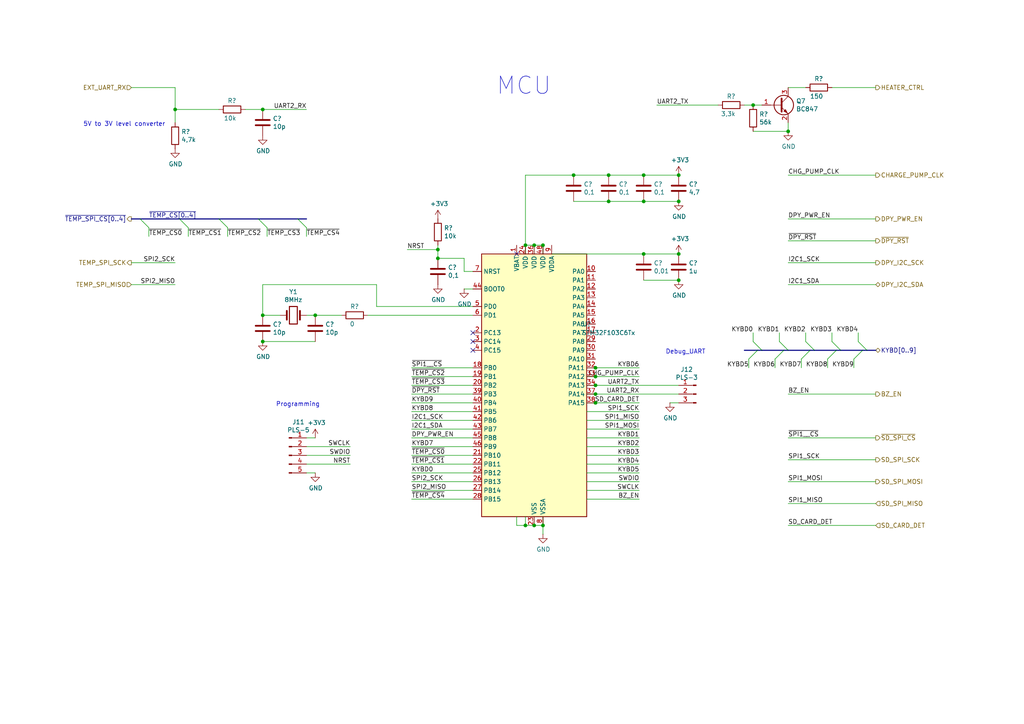
<source format=kicad_sch>
(kicad_sch (version 20250114) (generator "eeschema") (generator_version "9.0")
  (paper "A4")
  (title_block (title "Furnace controller") (date "2026-01-08") (rev "1.1") (company "Yuri Volkov"))
  (lib_symbols
    (symbol "Connector:Conn_01x03_Male" (pin_names (offset 1.016) (hide yes))
      (property "Reference" "J" (at 0 5.08 0))
      (property "Value" "Connector_Conn_01x03_Male" (at 0 -5.08 0))
      (symbol "Conn_01x03_Male_1_1"
        (rectangle (start 0.8636 2.667) (end 0 2.413) (stroke (width 0.1524)) (fill (type outline)))
        (rectangle (start 0.8636 0.127) (end 0 -0.127) (stroke (width 0.1524)) (fill (type outline)))
        (rectangle (start 0.8636 -2.413) (end 0 -2.667) (stroke (width 0.1524)) (fill (type outline)))
        (polyline (pts (xy 1.27 2.54) (xy 0.8636 2.54)) (stroke (width 0.1524)))
        (polyline (pts (xy 1.27 0) (xy 0.8636 0)) (stroke (width 0.1524)))
        (polyline (pts (xy 1.27 -2.54) (xy 0.8636 -2.54)) (stroke (width 0.1524)))
        (pin passive line (at 5.08 2.54 180) (length 3.81) (name "Pin_1") (number "1"))
        (pin passive line (at 5.08 0 180) (length 3.81) (name "Pin_2") (number "2"))
        (pin passive line (at 5.08 -2.54 180) (length 3.81) (name "Pin_3") (number "3"))
      )
    )
    (symbol "Connector:Conn_01x05_Male" (pin_names (offset 1.016) (hide yes))
      (property "Reference" "J" (at 0 7.62 0))
      (property "Value" "Connector_Conn_01x05_Male" (at 0 -7.62 0))
      (symbol "Conn_01x05_Male_1_1"
        (rectangle (start 0.8636 5.207) (end 0 4.953) (stroke (width 0.1524)) (fill (type outline)))
        (rectangle (start 0.8636 2.667) (end 0 2.413) (stroke (width 0.1524)) (fill (type outline)))
        (rectangle (start 0.8636 0.127) (end 0 -0.127) (stroke (width 0.1524)) (fill (type outline)))
        (rectangle (start 0.8636 -2.413) (end 0 -2.667) (stroke (width 0.1524)) (fill (type outline)))
        (rectangle (start 0.8636 -4.953) (end 0 -5.207) (stroke (width 0.1524)) (fill (type outline)))
        (polyline (pts (xy 1.27 5.08) (xy 0.8636 5.08)) (stroke (width 0.1524)))
        (polyline (pts (xy 1.27 2.54) (xy 0.8636 2.54)) (stroke (width 0.1524)))
        (polyline (pts (xy 1.27 0) (xy 0.8636 0)) (stroke (width 0.1524)))
        (polyline (pts (xy 1.27 -2.54) (xy 0.8636 -2.54)) (stroke (width 0.1524)))
        (polyline (pts (xy 1.27 -5.08) (xy 0.8636 -5.08)) (stroke (width 0.1524)))
        (pin passive line (at 5.08 5.08 180) (length 3.81) (name "Pin_1") (number "1"))
        (pin passive line (at 5.08 2.54 180) (length 3.81) (name "Pin_2") (number "2"))
        (pin passive line (at 5.08 0 180) (length 3.81) (name "Pin_3") (number "3"))
        (pin passive line (at 5.08 -2.54 180) (length 3.81) (name "Pin_4") (number "4"))
        (pin passive line (at 5.08 -5.08 180) (length 3.81) (name "Pin_5") (number "5"))
      )
    )
    (symbol "Device:C" (pin_numbers (hide yes)) (pin_names (offset 0.254))
      (property "Reference" "C" (at 0.635 2.54 0))
      (property "Value" "C" (at 0.635 -2.54 0))
      (symbol "C_0_1"
        (polyline (pts (xy -2.032 0.762) (xy 2.032 0.762)) (stroke (width 0.508)))
        (polyline (pts (xy -2.032 -0.762) (xy 2.032 -0.762)) (stroke (width 0.508)))
      )
      (symbol "C_1_1"
        (pin passive line (at 0 3.81 270) (length 2.794) (name "~") (number "1"))
        (pin passive line (at 0 -3.81 90) (length 2.794) (name "~") (number "2"))
      )
    )
    (symbol "Device:Crystal" (pin_numbers (hide yes)) (pin_names (offset 1.016) (hide yes))
      (property "Reference" "Y" (at 0 3.81 0))
      (property "Value" "Crystal" (at 0 -3.81 0))
      (symbol "Crystal_0_1"
        (polyline (pts (xy -2.54 0) (xy -1.905 0)))
        (polyline (pts (xy -1.905 -1.27) (xy -1.905 1.27)) (stroke (width 0.508)))
        (rectangle (start -1.143 2.54) (end 1.143 -2.54) (stroke (width 0.3048)))
        (polyline (pts (xy 1.905 -1.27) (xy 1.905 1.27)) (stroke (width 0.508)))
        (polyline (pts (xy 2.54 0) (xy 1.905 0)))
      )
      (symbol "Crystal_1_1"
        (pin passive line (at -3.81 0 0) (length 1.27) (name "1") (number "1"))
        (pin passive line (at 3.81 0 180) (length 1.27) (name "2") (number "2"))
      )
    )
    (symbol "Device:R" (pin_numbers (hide yes)) (pin_names (offset 0))
      (property "Reference" "R" (at 2.032 0 90))
      (property "Value" "R" (at 0 0 90))
      (symbol "R_0_1"
        (rectangle (start -1.016 -2.54) (end 1.016 2.54) (stroke (width 0.254)))
      )
      (symbol "R_1_1"
        (pin passive line (at 0 3.81 270) (length 1.27) (name "~") (number "1"))
        (pin passive line (at 0 -3.81 90) (length 1.27) (name "~") (number "2"))
      )
    )
    (symbol "MCU_ST_STM32F1:STM32F103C6Tx"
      (property "Reference" "U" (at -15.24 39.37 0))
      (property "Value" "STM32F103C6Tx" (at 7.62 39.37 0))
      (symbol "STM32F103C6Tx_0_1"
        (rectangle (start -15.24 -38.1) (end 15.24 38.1) (stroke (width 0.254)) (fill (type background)))
      )
      (symbol "STM32F103C6Tx_1_1"
        (pin input line (at -17.78 33.02 0) (length 2.54) (name "NRST") (number "7"))
        (pin input line (at -17.78 27.94 0) (length 2.54) (name "BOOT0") (number "44"))
        (pin bidirectional line (at -17.78 22.86 0) (length 2.54) (name "PD0") (number "5"))
        (pin bidirectional line (at -17.78 20.32 0) (length 2.54) (name "PD1") (number "6"))
        (pin bidirectional line (at -17.78 15.24 0) (length 2.54) (name "PC13") (number "2"))
        (pin bidirectional line (at -17.78 12.7 0) (length 2.54) (name "PC14") (number "3"))
        (pin bidirectional line (at -17.78 10.16 0) (length 2.54) (name "PC15") (number "4"))
        (pin bidirectional line (at -17.78 5.08 0) (length 2.54) (name "PB0") (number "18"))
        (pin bidirectional line (at -17.78 2.54 0) (length 2.54) (name "PB1") (number "19"))
        (pin bidirectional line (at -17.78 0 0) (length 2.54) (name "PB2") (number "20"))
        (pin bidirectional line (at -17.78 -2.54 0) (length 2.54) (name "PB3") (number "39"))
        (pin bidirectional line (at -17.78 -5.08 0) (length 2.54) (name "PB4") (number "40"))
        (pin bidirectional line (at -17.78 -7.62 0) (length 2.54) (name "PB5") (number "41"))
        (pin bidirectional line (at -17.78 -10.16 0) (length 2.54) (name "PB6") (number "42"))
        (pin bidirectional line (at -17.78 -12.7 0) (length 2.54) (name "PB7") (number "43"))
        (pin bidirectional line (at -17.78 -15.24 0) (length 2.54) (name "PB8") (number "45"))
        (pin bidirectional line (at -17.78 -17.78 0) (length 2.54) (name "PB9") (number "46"))
        (pin bidirectional line (at -17.78 -20.32 0) (length 2.54) (name "PB10") (number "21"))
        (pin bidirectional line (at -17.78 -22.86 0) (length 2.54) (name "PB11") (number "22"))
        (pin bidirectional line (at -17.78 -25.4 0) (length 2.54) (name "PB12") (number "25"))
        (pin bidirectional line (at -17.78 -27.94 0) (length 2.54) (name "PB13") (number "26"))
        (pin bidirectional line (at -17.78 -30.48 0) (length 2.54) (name "PB14") (number "27"))
        (pin bidirectional line (at -17.78 -33.02 0) (length 2.54) (name "PB15") (number "28"))
        (pin power_in line (at -5.08 40.64 270) (length 2.54) (name "VBAT") (number "1"))
        (pin power_in line (at -2.54 40.64 270) (length 2.54) (name "VDD") (number "24"))
        (pin power_in line (at 0 40.64 270) (length 2.54) (name "VDD") (number "36"))
        (pin power_in line (at 0 -40.64 90) (length 2.54) (name "VSS") (number "23"))
        (pin passive line (at 0 -40.64 90) (length 2.54) (hide yes) (name "VSS") (number "35"))
        (pin passive line (at 0 -40.64 90) (length 2.54) (hide yes) (name "VSS") (number "47"))
        (pin power_in line (at 2.54 40.64 270) (length 2.54) (name "VDD") (number "48"))
        (pin power_in line (at 2.54 -40.64 90) (length 2.54) (name "VSSA") (number "8"))
        (pin power_in line (at 5.08 40.64 270) (length 2.54) (name "VDDA") (number "9"))
        (pin bidirectional line (at 17.78 33.02 180) (length 2.54) (name "PA0") (number "10"))
        (pin bidirectional line (at 17.78 30.48 180) (length 2.54) (name "PA1") (number "11"))
        (pin bidirectional line (at 17.78 27.94 180) (length 2.54) (name "PA2") (number "12"))
        (pin bidirectional line (at 17.78 25.4 180) (length 2.54) (name "PA3") (number "13"))
        (pin bidirectional line (at 17.78 22.86 180) (length 2.54) (name "PA4") (number "14"))
        (pin bidirectional line (at 17.78 20.32 180) (length 2.54) (name "PA5") (number "15"))
        (pin bidirectional line (at 17.78 17.78 180) (length 2.54) (name "PA6") (number "16"))
        (pin bidirectional line (at 17.78 15.24 180) (length 2.54) (name "PA7") (number "17"))
        (pin bidirectional line (at 17.78 12.7 180) (length 2.54) (name "PA8") (number "29"))
        (pin bidirectional line (at 17.78 10.16 180) (length 2.54) (name "PA9") (number "30"))
        (pin bidirectional line (at 17.78 7.62 180) (length 2.54) (name "PA10") (number "31"))
        (pin bidirectional line (at 17.78 5.08 180) (length 2.54) (name "PA11") (number "32"))
        (pin bidirectional line (at 17.78 2.54 180) (length 2.54) (name "PA12") (number "33"))
        (pin bidirectional line (at 17.78 0 180) (length 2.54) (name "PA13") (number "34"))
        (pin bidirectional line (at 17.78 -2.54 180) (length 2.54) (name "PA14") (number "37"))
        (pin bidirectional line (at 17.78 -5.08 180) (length 2.54) (name "PA15") (number "38"))
      )
    )
    (symbol "Transistor_BJT:BC847" (pin_names (offset 0) (hide yes))
      (property "Reference" "Q" (at 5.08 1.905 0))
      (property "Value" "BC847" (at 5.08 0 0))
      (symbol "BC847_0_1"
        (polyline (pts (xy -2.54 0) (xy 0.635 0)))
        (polyline (pts (xy 0.635 1.905) (xy 0.635 -1.905)) (stroke (width 0.508)))
        (circle (center 1.27 0) (radius 2.8194) (stroke (width 0.254)))
      )
      (symbol "BC847_1_1"
        (polyline (pts (xy 0.635 0.635) (xy 2.54 2.54)))
        (polyline (pts (xy 0.635 -0.635) (xy 2.54 -2.54)))
        (polyline (pts (xy 1.27 -1.778) (xy 1.778 -1.27) (xy 2.286 -2.286) (xy 1.27 -1.778)) (fill (type outline)))
        (pin input line (at -5.08 0 0) (length 2.54) (name "B") (number "1"))
        (pin passive line (at 2.54 5.08 270) (length 2.54) (name "C") (number "3"))
        (pin passive line (at 2.54 -5.08 90) (length 2.54) (name "E") (number "2"))
      )
    )
    (symbol "power:+3V3" (power) (pin_numbers (hide yes)) (pin_names (offset 0) (hide yes))
      (property "Value" "+3V3" (at 0 3.556 0))
      (symbol "+3V3_0_1"
        (polyline (pts (xy -0.762 1.27) (xy 0 2.54)))
        (polyline (pts (xy 0 2.54) (xy 0.762 1.27)))
        (polyline (pts (xy 0 0) (xy 0 2.54)))
      )
      (symbol "+3V3_1_1"
        (pin power_in line (at 0 0 90) (length 0) (name "~") (number "1"))
      )
    )
    (symbol "power:GND" (power) (pin_numbers (hide yes)) (pin_names (offset 0) (hide yes))
      (property "Value" "GND" (at 0 -3.81 0))
      (symbol "GND_0_1"
        (polyline (pts (xy 0 0) (xy 0 -1.27) (xy 1.27 -1.27) (xy 0 -2.54) (xy -1.27 -1.27) (xy 0 -1.27)))
      )
      (symbol "GND_1_1"
        (pin power_in line (at 0 0 270) (length 0) (name "~") (number "1"))
      )
    )
  )
  (text "Debug_UART" (at 193.04 102.87 0) (effects (font (size 1.27 1.27)) (justify left bottom)))
  (text "Programming" (at 80.01 118.11 0) (effects (font (size 1.27 1.27)) (justify left bottom)))
  (text "MCU\n" (at 160.02 27.94 0) (effects (font (size 5.0038 5.0038)) (justify right bottom)))
  (text "5V to 3V level converter" (at 24.13 36.83 0) (effects (font (size 1.27 1.27)) (justify left bottom)))
  (junction (at 127 74.93))
  (junction (at 172.72 116.84))
  (junction (at 91.44 91.44))
  (junction (at 228.6 38.1))
  (junction (at 172.72 114.3))
  (junction (at 76.2 99.06))
  (junction (at 157.48 152.4))
  (junction (at 157.48 71.12))
  (junction (at 76.2 31.75))
  (junction (at 166.37 50.8))
  (junction (at 196.85 58.42))
  (junction (at 196.85 73.66))
  (junction (at 154.94 71.12))
  (junction (at 172.72 111.76))
  (junction (at 196.85 50.8))
  (junction (at 176.53 58.42))
  (junction (at 172.72 109.22))
  (junction (at 127 72.39))
  (junction (at 76.2 91.44))
  (junction (at 176.53 50.8))
  (junction (at 152.4 71.12))
  (junction (at 152.4 152.4))
  (junction (at 218.44 30.48))
  (junction (at 186.69 73.66))
  (junction (at 186.69 50.8))
  (junction (at 50.8 31.75))
  (junction (at 186.69 58.42))
  (junction (at 154.94 152.4))
  (junction (at 172.72 106.68))
  (junction (at 196.85 81.28))
  (no_connect (at 137.16 101.6))
  (no_connect (at 137.16 99.06))
  (no_connect (at 149.86 73.66))
  (no_connect (at 137.16 96.52))
  (bus_entry (at 52.07 63.5) (size 2.54 2.54))
  (bus_entry (at 86.36 63.5) (size 2.54 2.54))
  (bus_entry (at 40.64 63.5) (size 2.54 2.54))
  (bus_entry (at 250.19 101.6) (size -2.54 2.54))
  (bus_entry (at 233.68 99.06) (size 2.54 2.54))
  (bus_entry (at 241.3 99.06) (size 2.54 2.54))
  (bus_entry (at 226.06 99.06) (size 2.54 2.54))
  (bus_entry (at 63.5 63.5) (size 2.54 2.54))
  (bus_entry (at 234.95 101.6) (size -2.54 2.54))
  (bus_entry (at 227.33 101.6) (size -2.54 2.54))
  (bus_entry (at 74.93 63.5) (size 2.54 2.54))
  (bus_entry (at 219.71 101.6) (size -2.54 2.54))
  (bus_entry (at 251.46 101.6) (size -2.54 -2.54))
  (bus_entry (at 218.44 99.06) (size 2.54 2.54))
  (bus_entry (at 242.57 101.6) (size -2.54 2.54))
  (wire (pts (xy 170.18 139.7) (xy 185.42 139.7)))
  (wire (pts (xy 185.42 116.84) (xy 172.72 116.84)))
  (wire (pts (xy 176.53 50.8) (xy 186.69 50.8)))
  (wire (pts (xy 166.37 50.8) (xy 176.53 50.8)))
  (wire (pts (xy 88.9 31.75) (xy 76.2 31.75)))
  (bus (pts (xy 236.22 101.6) (xy 242.57 101.6)))
  (bus (pts (xy 63.5 63.5) (xy 74.93 63.5)))
  (wire (pts (xy 106.68 91.44) (xy 137.16 91.44)))
  (wire (pts (xy 50.8 31.75) (xy 50.8 35.56)))
  (wire (pts (xy 99.06 91.44) (xy 91.44 91.44)))
  (wire (pts (xy 172.72 111.76) (xy 196.85 111.76)))
  (wire (pts (xy 228.6 82.55) (xy 254 82.55)))
  (wire (pts (xy 119.38 109.22) (xy 137.16 109.22)))
  (bus (pts (xy 219.71 101.6) (xy 220.98 101.6)))
  (wire (pts (xy 157.48 149.86) (xy 157.48 152.4)))
  (wire (pts (xy 119.38 144.78) (xy 137.16 144.78)))
  (wire (pts (xy 170.18 137.16) (xy 185.42 137.16)))
  (wire (pts (xy 228.6 114.3) (xy 254 114.3)))
  (wire (pts (xy 119.38 139.7) (xy 137.16 139.7)))
  (wire (pts (xy 154.94 73.66) (xy 154.94 71.12)))
  (wire (pts (xy 228.6 146.05) (xy 254 146.05)))
  (wire (pts (xy 43.18 68.58) (xy 43.18 66.04)))
  (wire (pts (xy 172.72 109.22) (xy 170.18 109.22)))
  (wire (pts (xy 240.03 104.14) (xy 240.03 106.68)))
  (wire (pts (xy 185.42 119.38) (xy 170.18 119.38)))
  (wire (pts (xy 119.38 114.3) (xy 137.16 114.3)))
  (wire (pts (xy 228.6 50.8) (xy 254 50.8)))
  (wire (pts (xy 119.38 111.76) (xy 137.16 111.76)))
  (wire (pts (xy 226.06 99.06) (xy 226.06 96.52)))
  (wire (pts (xy 134.62 74.93) (xy 134.62 78.74)))
  (wire (pts (xy 248.92 99.06) (xy 248.92 96.52)))
  (wire (pts (xy 137.16 83.82) (xy 134.62 83.82)))
  (wire (pts (xy 170.18 142.24) (xy 185.42 142.24)))
  (bus (pts (xy 86.36 63.5) (xy 88.9 63.5)))
  (wire (pts (xy 76.2 99.06) (xy 91.44 99.06)))
  (bus (pts (xy 40.64 63.5) (xy 52.07 63.5)))
  (wire (pts (xy 119.38 124.46) (xy 137.16 124.46)))
  (wire (pts (xy 218.44 30.48) (xy 220.98 30.48)))
  (wire (pts (xy 154.94 152.4) (xy 157.48 152.4)))
  (bus (pts (xy 251.46 101.6) (xy 254 101.6)))
  (wire (pts (xy 101.6 129.54) (xy 88.9 129.54)))
  (wire (pts (xy 119.38 116.84) (xy 137.16 116.84)))
  (wire (pts (xy 170.18 127) (xy 185.42 127)))
  (wire (pts (xy 224.79 104.14) (xy 224.79 106.68)))
  (wire (pts (xy 119.38 132.08) (xy 137.16 132.08)))
  (wire (pts (xy 172.72 116.84) (xy 170.18 116.84)))
  (wire (pts (xy 66.04 68.58) (xy 66.04 66.04)))
  (wire (pts (xy 157.48 73.66) (xy 157.48 71.12)))
  (wire (pts (xy 77.47 68.58) (xy 77.47 66.04)))
  (bus (pts (xy 243.84 101.6) (xy 250.19 101.6)))
  (wire (pts (xy 119.38 119.38) (xy 137.16 119.38)))
  (wire (pts (xy 186.69 73.66) (xy 196.85 73.66)))
  (wire (pts (xy 185.42 109.22) (xy 172.72 109.22)))
  (wire (pts (xy 109.22 88.9) (xy 109.22 82.55)))
  (wire (pts (xy 228.6 63.5) (xy 254 63.5)))
  (wire (pts (xy 119.38 106.68) (xy 137.16 106.68)))
  (wire (pts (xy 241.3 99.06) (xy 241.3 96.52)))
  (wire (pts (xy 109.22 88.9) (xy 137.16 88.9)))
  (wire (pts (xy 190.5 30.48) (xy 208.28 30.48)))
  (wire (pts (xy 119.38 121.92) (xy 137.16 121.92)))
  (bus (pts (xy 228.6 101.6) (xy 234.95 101.6)))
  (wire (pts (xy 91.44 137.16) (xy 88.9 137.16)))
  (wire (pts (xy 50.8 25.4) (xy 50.8 31.75)))
  (wire (pts (xy 149.86 152.4) (xy 152.4 152.4)))
  (wire (pts (xy 228.6 139.7) (xy 254 139.7)))
  (wire (pts (xy 176.53 58.42) (xy 186.69 58.42)))
  (wire (pts (xy 170.18 114.3) (xy 172.72 114.3)))
  (wire (pts (xy 118.11 72.39) (xy 127 72.39)))
  (wire (pts (xy 127 72.39) (xy 127 74.93)))
  (wire (pts (xy 119.38 142.24) (xy 137.16 142.24)))
  (bus (pts (xy 234.95 101.6) (xy 236.22 101.6)))
  (wire (pts (xy 152.4 73.66) (xy 152.4 71.12)))
  (wire (pts (xy 38.1 25.4) (xy 50.8 25.4)))
  (bus (pts (xy 74.93 63.5) (xy 86.36 63.5)))
  (wire (pts (xy 232.41 104.14) (xy 232.41 106.68)))
  (bus (pts (xy 38.1 63.5) (xy 40.64 63.5)))
  (wire (pts (xy 88.9 68.58) (xy 88.9 66.04)))
  (wire (pts (xy 170.18 144.78) (xy 185.42 144.78)))
  (wire (pts (xy 228.6 133.35) (xy 254 133.35)))
  (wire (pts (xy 233.68 99.06) (xy 233.68 96.52)))
  (wire (pts (xy 186.69 50.8) (xy 196.85 50.8)))
  (wire (pts (xy 134.62 78.74) (xy 137.16 78.74)))
  (wire (pts (xy 38.1 76.2) (xy 50.8 76.2)))
  (wire (pts (xy 247.65 104.14) (xy 247.65 106.68)))
  (wire (pts (xy 185.42 129.54) (xy 170.18 129.54)))
  (wire (pts (xy 109.22 82.55) (xy 76.2 82.55)))
  (wire (pts (xy 241.3 25.4) (xy 254 25.4)))
  (wire (pts (xy 119.38 137.16) (xy 137.16 137.16)))
  (wire (pts (xy 215.9 30.48) (xy 218.44 30.48)))
  (wire (pts (xy 154.94 71.12) (xy 152.4 71.12)))
  (wire (pts (xy 228.6 25.4) (xy 233.68 25.4)))
  (wire (pts (xy 185.42 132.08) (xy 170.18 132.08)))
  (bus (pts (xy 220.98 101.6) (xy 227.33 101.6)))
  (wire (pts (xy 63.5 31.75) (xy 50.8 31.75)))
  (wire (pts (xy 170.18 124.46) (xy 185.42 124.46)))
  (wire (pts (xy 152.4 71.12) (xy 152.4 50.8)))
  (wire (pts (xy 186.69 58.42) (xy 196.85 58.42)))
  (wire (pts (xy 186.69 81.28) (xy 196.85 81.28)))
  (wire (pts (xy 170.18 111.76) (xy 172.72 111.76)))
  (wire (pts (xy 149.86 149.86) (xy 149.86 152.4)))
  (wire (pts (xy 166.37 58.42) (xy 176.53 58.42)))
  (wire (pts (xy 218.44 99.06) (xy 218.44 96.52)))
  (wire (pts (xy 157.48 152.4) (xy 157.48 154.94)))
  (wire (pts (xy 101.6 132.08) (xy 88.9 132.08)))
  (wire (pts (xy 76.2 82.55) (xy 76.2 91.44)))
  (bus (pts (xy 227.33 101.6) (xy 228.6 101.6)))
  (wire (pts (xy 127 71.12) (xy 127 72.39)))
  (bus (pts (xy 52.07 63.5) (xy 63.5 63.5)))
  (wire (pts (xy 228.6 152.4) (xy 254 152.4)))
  (wire (pts (xy 185.42 121.92) (xy 170.18 121.92)))
  (wire (pts (xy 101.6 134.62) (xy 88.9 134.62)))
  (wire (pts (xy 88.9 91.44) (xy 91.44 91.44)))
  (wire (pts (xy 170.18 134.62) (xy 185.42 134.62)))
  (wire (pts (xy 152.4 149.86) (xy 152.4 152.4)))
  (wire (pts (xy 218.44 38.1) (xy 228.6 38.1)))
  (wire (pts (xy 76.2 91.44) (xy 81.28 91.44)))
  (wire (pts (xy 172.72 106.68) (xy 170.18 106.68)))
  (wire (pts (xy 157.48 71.12) (xy 154.94 71.12)))
  (wire (pts (xy 119.38 129.54) (xy 137.16 129.54)))
  (wire (pts (xy 119.38 134.62) (xy 137.16 134.62)))
  (wire (pts (xy 54.61 68.58) (xy 54.61 66.04)))
  (wire (pts (xy 119.38 127) (xy 137.16 127)))
  (wire (pts (xy 38.1 82.55) (xy 50.8 82.55)))
  (bus (pts (xy 215.9 101.6) (xy 219.71 101.6)))
  (wire (pts (xy 194.31 116.84) (xy 196.85 116.84)))
  (wire (pts (xy 228.6 69.85) (xy 254 69.85)))
  (wire (pts (xy 228.6 76.2) (xy 254 76.2)))
  (bus (pts (xy 242.57 101.6) (xy 243.84 101.6)))
  (wire (pts (xy 154.94 149.86) (xy 154.94 152.4)))
  (wire (pts (xy 152.4 152.4) (xy 154.94 152.4)))
  (wire (pts (xy 127 74.93) (xy 134.62 74.93)))
  (wire (pts (xy 172.72 114.3) (xy 196.85 114.3)))
  (wire (pts (xy 152.4 50.8) (xy 166.37 50.8)))
  (wire (pts (xy 76.2 31.75) (xy 71.12 31.75)))
  (wire (pts (xy 228.6 35.56) (xy 228.6 38.1)))
  (wire (pts (xy 160.02 73.66) (xy 186.69 73.66)))
  (wire (pts (xy 185.42 106.68) (xy 172.72 106.68)))
  (wire (pts (xy 228.6 127) (xy 254 127)))
  (bus (pts (xy 250.19 101.6) (xy 251.46 101.6)))
  (wire (pts (xy 217.17 106.68) (xy 217.17 104.14)))
  (wire (pts (xy 91.44 127) (xy 88.9 127)))
  (label "I2C1_SDA" (at 228.6 82.55 0))
  (label "I2C1_SCK" (at 228.6 76.2 0))
  (label "BZ_EN" (at 228.6 114.3 0))
  (label "DPY_PWR_EN" (at 119.38 127 0))
  (label "~{TEMP_CS1}" (at 54.61 68.58 0))
  (label "~{DPY_RST}" (at 228.6 69.85 0))
  (label "SD_CARD_DET" (at 185.42 116.84 180))
  (label "SWCLK" (at 101.6 129.54 180))
  (label "~{TEMP_CS[0..4]}" (at 43.18 63.5 0))
  (label "UART2_RX" (at 88.9 31.75 180))
  (label "SWCLK" (at 185.42 142.24 180))
  (label "KYBD0" (at 218.44 96.52 180))
  (label "SPI2_MISO" (at 50.8 82.55 180))
  (label "~{SPI1__CS}" (at 228.6 127 0))
  (label "UART2_TX" (at 185.42 111.76 180))
  (label "~{TEMP_CS2}" (at 119.38 109.22 0))
  (label "I2C1_SCK" (at 119.38 121.92 0))
  (label "KYBD9" (at 119.38 116.84 0))
  (label "SWDIO" (at 101.6 132.08 180))
  (label "SPI2_MISO" (at 119.38 142.24 0))
  (label "KYBD4" (at 248.92 96.52 180))
  (label "~{TEMP_CS0}" (at 43.18 68.58 0))
  (label "UART2_RX" (at 185.42 114.3 180))
  (label "KYBD6" (at 185.42 106.68 180))
  (label "KYBD5" (at 217.17 106.68 180))
  (label "~{TEMP_CS3}" (at 119.38 111.76 0))
  (label "SWDIO" (at 185.42 139.7 180))
  (label "KYBD7" (at 232.41 106.68 180))
  (label "SPI1_SCK" (at 228.6 133.35 0))
  (label "SPI1_MISO" (at 228.6 146.05 0))
  (label "~{TEMP_CS3}" (at 77.47 68.58 0))
  (label "~{TEMP_CS0}" (at 119.38 132.08 0))
  (label "~{TEMP_CS4}" (at 119.38 144.78 0))
  (label "~{TEMP_CS2}" (at 66.04 68.58 0))
  (label "~{TEMP_CS4}" (at 88.9 68.58 0))
  (label "~{TEMP_CS1}" (at 119.38 134.62 0))
  (label "SPI1_MISO" (at 185.42 121.92 180))
  (label "KYBD6" (at 224.79 106.68 180))
  (label "I2C1_SDA" (at 119.38 124.46 0))
  (label "KYBD8" (at 240.03 106.68 180))
  (label "~{SPI1__CS}" (at 119.38 106.68 0))
  (label "SPI2_SCK" (at 50.8 76.2 180))
  (label "KYBD3" (at 241.3 96.52 180))
  (label "SPI1_SCK" (at 185.42 119.38 180))
  (label "~{DPY_RST}" (at 119.38 114.3 0))
  (label "SPI1_MOSI" (at 228.6 139.7 0))
  (label "CHG_PUMP_CLK" (at 228.6 50.8 0))
  (label "KYBD1" (at 185.42 127 180))
  (label "KYBD2" (at 185.42 129.54 180))
  (label "SD_CARD_DET" (at 228.6 152.4 0))
  (label "DPY_PWR_EN" (at 228.6 63.5 0))
  (label "KYBD3" (at 185.42 132.08 180))
  (label "NRST" (at 118.11 72.39 0))
  (label "KYBD5" (at 185.42 137.16 180))
  (label "KYBD0" (at 119.38 137.16 0))
  (label "KYBD7" (at 119.38 129.54 0))
  (label "KYBD4" (at 185.42 134.62 180))
  (label "KYBD1" (at 226.06 96.52 180))
  (label "UART2_TX" (at 190.5 30.48 0))
  (label "KYBD2" (at 233.68 96.52 180))
  (label "SPI2_SCK" (at 119.38 139.7 0))
  (label "KYBD8" (at 119.38 119.38 0))
  (label "NRST" (at 101.6 134.62 180))
  (label "KYBD9" (at 247.65 106.68 180))
  (label "SPI1_MOSI" (at 185.42 124.46 180))
  (label "CHG_PUMP_CLK" (at 185.42 109.22 180))
  (label "BZ_EN" (at 185.42 144.78 180))
  (hierarchical_label "~{TEMP_SPI_CS[0..4]}" (shape output) (at 38.1 63.5 180))
  (hierarchical_label "KYBD[0..9]" (shape bidirectional) (at 254 101.6 0))
  (hierarchical_label "HEATER_CTRL" (shape output) (at 254 25.4 0))
  (hierarchical_label "BZ_EN" (shape output) (at 254 114.3 0))
  (hierarchical_label "DPY_I2C_SCK" (shape output) (at 254 76.2 0))
  (hierarchical_label "DPY_I2C_SDA" (shape bidirectional) (at 254 82.55 0))
  (hierarchical_label "EXT_UART_RX" (shape input) (at 38.1 25.4 180))
  (hierarchical_label "SD_SPI_SCK" (shape output) (at 254 133.35 0))
  (hierarchical_label "SD_CARD_DET" (shape input) (at 254 152.4 0))
  (hierarchical_label "CHARGE_PUMP_CLK" (shape output) (at 254 50.8 0))
  (hierarchical_label "~{DPY_RST}" (shape output) (at 254 69.85 0))
  (hierarchical_label "DPY_PWR_EN" (shape output) (at 254 63.5 0))
  (hierarchical_label "TEMP_SPI_SCK" (shape output) (at 38.1 76.2 180))
  (hierarchical_label "TEMP_SPI_MISO" (shape input) (at 38.1 82.55 180))
  (hierarchical_label "SD_SPI_MOSI" (shape output) (at 254 139.7 0))
  (hierarchical_label "SD_SPI_MISO" (shape input) (at 254 146.05 0))
  (hierarchical_label "~{SD_SPI_CS}" (shape output) (at 254 127 0))
  (symbol (lib_id "MCU_ST_STM32F1:STM32F103C6Tx") (at 154.94 111.76 0) (unit 1)
    (property "Reference" "U11" (at 170.18 93.98 0))
    (property "Value" "STM32F103C6Tx" (at 176.53 96.52 0))
    (property "Footprint" "Package_QFP:LQFP-48_7x7mm_P0.5mm" (effects (hide yes)))
    (property "Datasheet" "http://www.st.com/st-web-ui/static/active/en/resource/technical/document/datasheet/CD00210843.pdf" (effects (hide yes)))
    (instances (project "" (path "" (reference "U?") (unit 1)) (path "" (reference "U11") (unit 1))))
  )
  (symbol (lib_id "Device:C") (at 176.53 54.61 0) (unit 1)
    (property "Reference" "C39" (at 179.451 53.4416 0) (effects (justify left)))
    (property "Value" "0,1" (at 179.451 55.753 0) (effects (justify left)))
    (property "Footprint" "Capacitor_SMD:C_0603_1608Metric_Pad1.08x0.95mm_HandSolder" (effects (hide yes)))
    (instances (project "" (path "" (reference "C?") (unit 1)) (path "" (reference "C39") (unit 1))))
  )
  (symbol (lib_id "Device:C") (at 186.69 54.61 0) (unit 1)
    (property "Reference" "C40" (at 189.611 53.4416 0) (effects (justify left)))
    (property "Value" "0,1" (at 189.611 55.753 0) (effects (justify left)))
    (property "Footprint" "Capacitor_SMD:C_0603_1608Metric_Pad1.08x0.95mm_HandSolder" (effects (hide yes)))
    (instances (project "" (path "" (reference "C?") (unit 1)) (path "" (reference "C40") (unit 1))))
  )
  (symbol (lib_id "Device:C") (at 186.69 77.47 0) (unit 1)
    (property "Reference" "C41" (at 189.611 76.3016 0) (effects (justify left)))
    (property "Value" "0,01" (at 189.611 78.613 0) (effects (justify left)))
    (property "Footprint" "Capacitor_SMD:C_0603_1608Metric_Pad1.08x0.95mm_HandSolder" (effects (hide yes)))
    (instances (project "" (path "" (reference "C?") (unit 1)) (path "" (reference "C41") (unit 1))))
  )
  (symbol (lib_id "Device:C") (at 196.85 77.47 0) (unit 1)
    (property "Reference" "C43" (at 199.771 76.3016 0) (effects (justify left)))
    (property "Value" "1u" (at 199.771 78.613 0) (effects (justify left)))
    (property "Footprint" "Capacitor_SMD:C_0603_1608Metric_Pad1.08x0.95mm_HandSolder" (effects (hide yes)))
    (instances (project "" (path "" (reference "C?") (unit 1)) (path "" (reference "C43") (unit 1))))
  )
  (symbol (lib_id "power:GND") (at 196.85 58.42 0) (unit 1)
    (property "Reference" "#PWR052" (effects (hide yes)))
    (property "Value" "GND" (at 196.977 62.8142 0))
    (instances (project "" (path "" (reference "#PWR?") (unit 1)) (path "" (reference "#PWR052") (unit 1))))
  )
  (symbol (lib_id "power:GND") (at 196.85 81.28 0) (unit 1)
    (property "Reference" "#PWR054" (effects (hide yes)))
    (property "Value" "GND" (at 196.977 85.6742 0))
    (instances (project "" (path "" (reference "#PWR?") (unit 1)) (path "" (reference "#PWR054") (unit 1))))
  )
  (symbol (lib_id "Device:Crystal") (at 85.09 91.44 0) (unit 1)
    (property "Reference" "Y1" (at 85.09 84.6328 0))
    (property "Value" "8MHz" (at 85.09 86.9442 0))
    (property "Footprint" "Crystal:Crystal_SMD_HC49-SD" (effects (hide yes)))
  )
  (symbol (lib_id "Device:C") (at 76.2 95.25 0) (unit 1)
    (property "Reference" "C35" (at 79.121 94.0816 0) (effects (justify left)))
    (property "Value" "10p" (at 79.121 96.393 0) (effects (justify left)))
    (property "Footprint" "Capacitor_SMD:C_0603_1608Metric_Pad1.08x0.95mm_HandSolder" (effects (hide yes)))
    (instances (project "" (path "" (reference "C?") (unit 1)) (path "" (reference "C35") (unit 1))))
  )
  (symbol (lib_id "Device:C") (at 91.44 95.25 0) (unit 1)
    (property "Reference" "C36" (at 94.361 94.0816 0) (effects (justify left)))
    (property "Value" "10p" (at 94.361 96.393 0) (effects (justify left)))
    (property "Footprint" "Capacitor_SMD:C_0603_1608Metric_Pad1.08x0.95mm_HandSolder" (effects (hide yes)))
    (instances (project "" (path "" (reference "C?") (unit 1)) (path "" (reference "C36") (unit 1))))
  )
  (symbol (lib_id "power:GND") (at 76.2 99.06 0) (unit 1)
    (property "Reference" "#PWR044" (effects (hide yes)))
    (property "Value" "GND" (at 76.327 103.4542 0))
    (instances (project "" (path "" (reference "#PWR?") (unit 1)) (path "" (reference "#PWR044") (unit 1))))
  )
  (symbol (lib_id "Device:R") (at 102.87 91.44 90) (unit 1)
    (property "Reference" "R48" (at 104.14 88.9 90) (effects (justify left)))
    (property "Value" "0" (at 102.87 93.98 90) (effects (justify left)))
    (property "Footprint" "Resistor_SMD:R_0603_1608Metric_Pad0.98x0.95mm_HandSolder" (effects (hide yes)))
    (instances (project "" (path "" (reference "R?") (unit 1)) (path "" (reference "R48") (unit 1))))
  )
  (symbol (lib_id "power:GND") (at 91.44 137.16 0) (unit 1)
    (property "Reference" "#PWR046" (effects (hide yes)))
    (property "Value" "GND" (at 91.567 141.5542 0))
    (instances (project "" (path "" (reference "#PWR?") (unit 1)) (path "" (reference "#PWR046") (unit 1))))
  )
  (symbol (lib_id "power:+3V3") (at 91.44 127 0) (unit 1)
    (property "Reference" "#PWR045" (effects (hide yes)))
    (property "Value" "+3V3" (at 91.821 122.6058 0))
    (instances (project "" (path "" (reference "#PWR045") (unit 1)) (path "" (reference "#PWR?") (unit 1))))
  )
  (symbol (lib_id "Device:C") (at 127 78.74 0) (unit 1)
    (property "Reference" "C37" (at 129.921 77.5716 0) (effects (justify left)))
    (property "Value" "0,1" (at 129.921 79.883 0) (effects (justify left)))
    (property "Footprint" "Capacitor_SMD:C_0603_1608Metric_Pad1.08x0.95mm_HandSolder" (effects (hide yes)))
    (instances (project "" (path "" (reference "C?") (unit 1)) (path "" (reference "C37") (unit 1))))
  )
  (symbol (lib_id "power:GND") (at 127 82.55 0) (unit 1)
    (property "Reference" "#PWR048" (effects (hide yes)))
    (property "Value" "GND" (at 127.127 86.9442 0))
    (instances (project "" (path "" (reference "#PWR?") (unit 1)) (path "" (reference "#PWR048") (unit 1))))
  )
  (symbol (lib_id "power:+3V3") (at 127 63.5 0) (unit 1)
    (property "Reference" "#PWR047" (effects (hide yes)))
    (property "Value" "+3V3" (at 127.381 59.1058 0))
    (instances (project "" (path "" (reference "#PWR047") (unit 1)) (path "" (reference "#PWR?") (unit 1))))
  )
  (symbol (lib_id "power:GND") (at 134.62 83.82 0) (unit 1)
    (property "Reference" "#PWR049" (effects (hide yes)))
    (property "Value" "GND" (at 134.747 88.2142 0))
    (instances (project "" (path "" (reference "#PWR?") (unit 1)) (path "" (reference "#PWR049") (unit 1))))
  )
  (symbol (lib_id "power:+3V3") (at 196.85 73.66 0) (unit 1)
    (property "Reference" "#PWR053" (effects (hide yes)))
    (property "Value" "+3V3" (at 197.231 69.2658 0))
    (instances (project "" (path "" (reference "#PWR053") (unit 1)) (path "" (reference "#PWR?") (unit 1))))
  )
  (symbol (lib_id "power:GND") (at 194.31 116.84 0) (unit 1)
    (property "Reference" "#PWR055" (effects (hide yes)))
    (property "Value" "GND" (at 194.437 121.2342 0))
    (instances (project "" (path "" (reference "#PWR?") (unit 1)) (path "" (reference "#PWR055") (unit 1))))
  )
  (symbol (lib_id "Device:R") (at 50.8 39.37 0) (unit 1)
    (property "Reference" "R46" (at 52.578 38.2016 0) (effects (justify left)))
    (property "Value" "4,7k" (at 52.578 40.513 0) (effects (justify left)))
    (property "Footprint" "Resistor_SMD:R_0603_1608Metric_Pad0.98x0.95mm_HandSolder" (effects (hide yes)))
    (instances (project "" (path "" (reference "R?") (unit 1)) (path "" (reference "R46") (unit 1))))
  )
  (symbol (lib_id "power:GND") (at 50.8 43.18 0) (unit 1)
    (property "Reference" "#PWR042" (effects (hide yes)))
    (property "Value" "GND" (at 50.927 47.5742 0))
    (instances (project "" (path "" (reference "#PWR?") (unit 1)) (path "" (reference "#PWR042") (unit 1))))
  )
  (symbol (lib_id "Transistor_BJT:BC847") (at 226.06 30.48 0) (unit 1)
    (property "Reference" "Q7" (at 230.9114 29.3116 0) (effects (justify left)))
    (property "Value" "BC847" (at 230.9114 31.623 0) (effects (justify left)))
    (property "Footprint" "Package_TO_SOT_SMD:SOT-23" (effects (hide yes)))
    (property "Datasheet" "http://www.infineon.com/dgdl/Infineon-BC847SERIES_BC848SERIES_BC849SERIES_BC850SERIES-DS-v01_01-en.pdf?fileId=db3a304314dca389011541d4630a1657" (effects (hide yes)))
  )
  (symbol (lib_id "Device:R") (at 237.49 25.4 90) (unit 1)
    (property "Reference" "R52" (at 238.76 22.86 90) (effects (justify left)))
    (property "Value" "150" (at 238.76 27.94 90) (effects (justify left)))
    (property "Footprint" "Resistor_SMD:R_0603_1608Metric_Pad0.98x0.95mm_HandSolder" (effects (hide yes)))
    (instances (project "" (path "" (reference "R?") (unit 1)) (path "" (reference "R52") (unit 1))))
  )
  (symbol (lib_id "Device:R") (at 218.44 34.29 0) (unit 1)
    (property "Reference" "R51" (at 220.218 33.1216 0) (effects (justify left)))
    (property "Value" "56k" (at 220.218 35.433 0) (effects (justify left)))
    (property "Footprint" "Resistor_SMD:R_0603_1608Metric_Pad0.98x0.95mm_HandSolder" (effects (hide yes)))
    (instances (project "" (path "" (reference "R?") (unit 1)) (path "" (reference "R51") (unit 1))))
  )
  (symbol (lib_id "power:GND") (at 228.6 38.1 0) (unit 1)
    (property "Reference" "#PWR056" (effects (hide yes)))
    (property "Value" "GND" (at 228.727 42.4942 0))
    (instances (project "" (path "" (reference "#PWR?") (unit 1)) (path "" (reference "#PWR056") (unit 1))))
  )
  (symbol (lib_id "Device:R") (at 67.31 31.75 90) (unit 1)
    (property "Reference" "R47" (at 68.58 29.21 90) (effects (justify left)))
    (property "Value" "10k" (at 68.58 34.29 90) (effects (justify left)))
    (property "Footprint" "Resistor_SMD:R_0603_1608Metric_Pad0.98x0.95mm_HandSolder" (effects (hide yes)))
    (instances (project "" (path "" (reference "R?") (unit 1)) (path "" (reference "R47") (unit 1))))
  )
  (symbol (lib_id "Device:C") (at 76.2 35.56 0) (unit 1)
    (property "Reference" "C34" (at 79.121 34.3916 0) (effects (justify left)))
    (property "Value" "10p" (at 79.121 36.703 0) (effects (justify left)))
    (property "Footprint" "Capacitor_SMD:C_0603_1608Metric_Pad1.08x0.95mm_HandSolder" (effects (hide yes)))
    (instances (project "" (path "" (reference "C?") (unit 1)) (path "" (reference "C34") (unit 1))))
  )
  (symbol (lib_id "power:GND") (at 76.2 39.37 0) (unit 1)
    (property "Reference" "#PWR043" (effects (hide yes)))
    (property "Value" "GND" (at 76.327 43.7642 0))
    (instances (project "" (path "" (reference "#PWR?") (unit 1)) (path "" (reference "#PWR043") (unit 1))))
  )
  (symbol (lib_id "Device:R") (at 212.09 30.48 90) (unit 1)
    (property "Reference" "R50" (at 213.36 27.94 90) (effects (justify left)))
    (property "Value" "3,3k" (at 213.36 33.02 90) (effects (justify left)))
    (property "Footprint" "Resistor_SMD:R_0603_1608Metric_Pad0.98x0.95mm_HandSolder" (effects (hide yes)))
    (instances (project "" (path "" (reference "R?") (unit 1)) (path "" (reference "R50") (unit 1))))
  )
  (symbol (lib_id "Device:R") (at 127 67.31 0) (unit 1)
    (property "Reference" "R49" (at 128.778 66.1416 0) (effects (justify left)))
    (property "Value" "10k" (at 128.778 68.453 0) (effects (justify left)))
    (property "Footprint" "Resistor_SMD:R_0603_1608Metric_Pad0.98x0.95mm_HandSolder" (effects (hide yes)))
    (instances (project "" (path "" (reference "R?") (unit 1)) (path "" (reference "R49") (unit 1))))
  )
  (symbol (lib_id "power:GND") (at 157.48 154.94 0) (unit 1)
    (property "Reference" "#PWR050" (effects (hide yes)))
    (property "Value" "GND" (at 157.607 159.3342 0))
    (instances (project "" (path "" (reference "#PWR?") (unit 1)) (path "" (reference "#PWR050") (unit 1))))
  )
  (symbol (lib_id "Device:C") (at 166.37 54.61 0) (unit 1)
    (property "Reference" "C38" (at 169.291 53.4416 0) (effects (justify left)))
    (property "Value" "0,1" (at 169.291 55.753 0) (effects (justify left)))
    (property "Footprint" "Capacitor_SMD:C_0603_1608Metric_Pad1.08x0.95mm_HandSolder" (effects (hide yes)))
    (instances (project "" (path "" (reference "C?") (unit 1)) (path "" (reference "C38") (unit 1))))
  )
  (symbol (lib_id "power:+3V3") (at 196.85 50.8 0) (unit 1)
    (property "Reference" "#PWR051" (effects (hide yes)))
    (property "Value" "+3V3" (at 197.231 46.4058 0))
    (instances (project "" (path "" (reference "#PWR051") (unit 1)) (path "" (reference "#PWR?") (unit 1))))
  )
  (symbol (lib_id "Device:C") (at 196.85 54.61 0) (unit 1)
    (property "Reference" "C42" (at 199.771 53.4416 0) (effects (justify left)))
    (property "Value" "4,7" (at 199.771 55.753 0) (effects (justify left)))
    (property "Footprint" "Capacitor_SMD:C_1206_3216Metric_Pad1.33x1.80mm_HandSolder" (effects (hide yes)))
    (instances (project "" (path "" (reference "C?") (unit 1)) (path "" (reference "C42") (unit 1)) (path "" (reference "C?") (unit 1)) (path "" (reference "C?") (unit 1)) (path "" (reference "C?") (unit 1))))
  )
  (symbol (lib_id "Connector:Conn_01x03_Male") (at 201.93 114.3 0) (mirror y) (unit 1)
    (property "Reference" "J12" (at 199.1868 107.1626 0))
    (property "Value" "PLS-3" (at 199.1868 109.474 0))
    (property "Footprint" "Connector_PinHeader_2.54mm:PinHeader_1x03_P2.54mm_Vertical" (effects (hide yes)))
  )
  (symbol (lib_id "Connector:Conn_01x05_Male") (at 83.82 132.08 0) (unit 1)
    (property "Reference" "J11" (at 86.5632 122.4026 0))
    (property "Value" "PLS-5" (at 86.5632 124.714 0))
    (property "Footprint" "Connector_PinHeader_2.54mm:PinHeader_1x05_P2.54mm_Vertical" (effects (hide yes)))
  )
)
</source>
